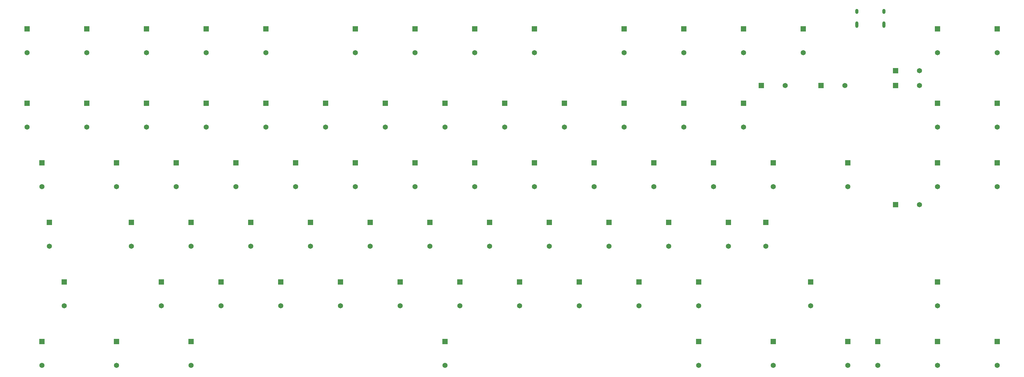
<source format=gbr>
%TF.GenerationSoftware,KiCad,Pcbnew,9.0.0*%
%TF.CreationDate,2025-06-21T12:03:02-06:00*%
%TF.ProjectId,kbd8x_mkii_kicad_9.0,6b626438-785f-46d6-9b69-695f6b696361,rev?*%
%TF.SameCoordinates,Original*%
%TF.FileFunction,Soldermask,Top*%
%TF.FilePolarity,Negative*%
%FSLAX46Y46*%
G04 Gerber Fmt 4.6, Leading zero omitted, Abs format (unit mm)*
G04 Created by KiCad (PCBNEW 9.0.0) date 2025-06-21 12:03:02*
%MOMM*%
%LPD*%
G01*
G04 APERTURE LIST*
%ADD10C,1.651000*%
%ADD11R,1.651000X1.651000*%
%ADD12O,1.000000X1.600000*%
%ADD13O,1.000000X2.100000*%
G04 APERTURE END LIST*
D10*
%TO.C,D65*%
X154781250Y46196250D03*
D11*
X154781250Y53816250D03*
%TD*%
D10*
%TO.C,D21*%
X-21431250Y22383750D03*
D11*
X-21431250Y30003750D03*
%TD*%
D10*
%TO.C,D82*%
X-35718750Y-34766250D03*
D11*
X-35718750Y-27146250D03*
%TD*%
D10*
%TO.C,D15*%
X-135731250Y22383750D03*
D11*
X-135731250Y30003750D03*
%TD*%
D10*
%TO.C,D73*%
X116681250Y-53816250D03*
D11*
X116681250Y-46196250D03*
%TD*%
D10*
%TO.C,D16*%
X-116681250Y22383750D03*
D11*
X-116681250Y30003750D03*
%TD*%
D10*
%TO.C,D8*%
X-11906250Y46196250D03*
D11*
X-11906250Y53816250D03*
%TD*%
D10*
%TO.C,D86*%
X40481250Y-34766250D03*
D11*
X40481250Y-27146250D03*
%TD*%
D10*
%TO.C,D23*%
X16668750Y22383750D03*
D11*
X16668750Y30003750D03*
%TD*%
D10*
%TO.C,D27*%
X87153750Y35718750D03*
D11*
X79533750Y35718750D03*
%TD*%
D10*
%TO.C,D56*%
X-150018750Y-53816250D03*
D11*
X-150018750Y-46196250D03*
%TD*%
D10*
%TO.C,D17*%
X-97631250Y22383750D03*
D11*
X-97631250Y30003750D03*
%TD*%
D10*
%TO.C,D31*%
X-107156250Y3333750D03*
D11*
X-107156250Y10953750D03*
%TD*%
D10*
%TO.C,D75*%
X154781250Y-53816250D03*
D11*
X154781250Y-46196250D03*
%TD*%
D10*
%TO.C,D4*%
X-97631250Y46196250D03*
D11*
X-97631250Y53816250D03*
%TD*%
D10*
%TO.C,D60*%
X59531250Y-53816250D03*
D11*
X59531250Y-46196250D03*
%TD*%
D10*
%TO.C,D38*%
X26193750Y3333750D03*
D11*
X26193750Y10953750D03*
%TD*%
D10*
%TO.C,D51*%
X11906250Y-15716250D03*
D11*
X11906250Y-8096250D03*
%TD*%
D10*
%TO.C,D40*%
X64293750Y3333750D03*
D11*
X64293750Y10953750D03*
%TD*%
D10*
%TO.C,D83*%
X-16668750Y-34766250D03*
D11*
X-16668750Y-27146250D03*
%TD*%
D10*
%TO.C,D13*%
X92868750Y46196250D03*
D11*
X92868750Y53816250D03*
%TD*%
D10*
%TO.C,D62*%
X107156250Y-53816250D03*
D11*
X107156250Y-46196250D03*
%TD*%
D10*
%TO.C,D37*%
X7143750Y3333750D03*
D11*
X7143750Y10953750D03*
%TD*%
D10*
%TO.C,D42*%
X80962500Y-15716250D03*
D11*
X80962500Y-8096250D03*
%TD*%
D10*
%TO.C,D63*%
X130016250Y40481250D03*
D11*
X122396250Y40481250D03*
%TD*%
D10*
%TO.C,D53*%
X50006250Y-15716250D03*
D11*
X50006250Y-8096250D03*
%TD*%
D10*
%TO.C,D25*%
X54768750Y22383750D03*
D11*
X54768750Y30003750D03*
%TD*%
D10*
%TO.C,D3*%
X-116681250Y46196250D03*
D11*
X-116681250Y53816250D03*
%TD*%
D10*
%TO.C,D84*%
X2381250Y-34766250D03*
D11*
X2381250Y-27146250D03*
%TD*%
D10*
%TO.C,D44*%
X-121443750Y-15716250D03*
D11*
X-121443750Y-8096250D03*
%TD*%
D10*
%TO.C,D34*%
X-50006250Y3333750D03*
D11*
X-50006250Y10953750D03*
%TD*%
D12*
%TO.C,USB1*%
X109979875Y59375250D03*
D13*
X109979875Y55195250D03*
D12*
X118619875Y59375250D03*
D13*
X118619875Y55195250D03*
%TD*%
D10*
%TO.C,D71*%
X154781250Y3333750D03*
D11*
X154781250Y10953750D03*
%TD*%
D10*
%TO.C,D87*%
X59531250Y-34766250D03*
D11*
X59531250Y-27146250D03*
%TD*%
D10*
%TO.C,D89*%
X95250000Y-34766250D03*
D11*
X95250000Y-27146250D03*
%TD*%
D10*
%TO.C,D29*%
X-150018750Y3333750D03*
D11*
X-150018750Y10953750D03*
%TD*%
D10*
%TO.C,D49*%
X-26193750Y-15716250D03*
D11*
X-26193750Y-8096250D03*
%TD*%
D10*
%TO.C,D20*%
X-40481250Y22383750D03*
D11*
X-40481250Y30003750D03*
%TD*%
D10*
%TO.C,D32*%
X-88106250Y3333750D03*
D11*
X-88106250Y10953750D03*
%TD*%
D10*
%TO.C,D39*%
X45243750Y3333750D03*
D11*
X45243750Y10953750D03*
%TD*%
D10*
%TO.C,D26*%
X73818750Y22383750D03*
D11*
X73818750Y30003750D03*
%TD*%
D10*
%TO.C,D14*%
X-154781250Y22383750D03*
D11*
X-154781250Y30003750D03*
%TD*%
D10*
%TO.C,D67*%
X135731250Y22383750D03*
D11*
X135731250Y30003750D03*
%TD*%
D10*
%TO.C,D30*%
X-126206250Y3333750D03*
D11*
X-126206250Y10953750D03*
%TD*%
D10*
%TO.C,D41*%
X83343750Y3333750D03*
D11*
X83343750Y10953750D03*
%TD*%
D10*
%TO.C,D43*%
X-147637500Y-15716250D03*
D11*
X-147637500Y-8096250D03*
%TD*%
D10*
%TO.C,D78*%
X-111918750Y-34766250D03*
D11*
X-111918750Y-27146250D03*
%TD*%
D10*
%TO.C,D12*%
X73818750Y46196250D03*
D11*
X73818750Y53816250D03*
%TD*%
D10*
%TO.C,D7*%
X-30956250Y46196250D03*
D11*
X-30956250Y53816250D03*
%TD*%
D10*
%TO.C,D2*%
X-135731250Y46196250D03*
D11*
X-135731250Y53816250D03*
%TD*%
D10*
%TO.C,D50*%
X-7143750Y-15716250D03*
D11*
X-7143750Y-8096250D03*
%TD*%
D10*
%TO.C,D9*%
X7143750Y46196250D03*
D11*
X7143750Y53816250D03*
%TD*%
D10*
%TO.C,D1*%
X-154781250Y46196250D03*
D11*
X-154781250Y53816250D03*
%TD*%
D10*
%TO.C,D54*%
X69056250Y-15716250D03*
D11*
X69056250Y-8096250D03*
%TD*%
D10*
%TO.C,D47*%
X-64293750Y-15716250D03*
D11*
X-64293750Y-8096250D03*
%TD*%
D10*
%TO.C,D24*%
X35718750Y22383750D03*
D11*
X35718750Y30003750D03*
%TD*%
D10*
%TO.C,D74*%
X135731250Y-53816250D03*
D11*
X135731250Y-46196250D03*
%TD*%
D10*
%TO.C,D68*%
X154781250Y22383750D03*
D11*
X154781250Y30003750D03*
%TD*%
D10*
%TO.C,D11*%
X54768750Y46196250D03*
D11*
X54768750Y53816250D03*
%TD*%
D10*
%TO.C,D46*%
X-83343750Y-15716250D03*
D11*
X-83343750Y-8096250D03*
%TD*%
D10*
%TO.C,D10*%
X35718750Y46196250D03*
D11*
X35718750Y53816250D03*
%TD*%
D10*
%TO.C,D28*%
X106203750Y35718750D03*
D11*
X98583750Y35718750D03*
%TD*%
D10*
%TO.C,D55*%
X107156250Y3333750D03*
D11*
X107156250Y10953750D03*
%TD*%
D10*
%TO.C,D61*%
X83343750Y-53816250D03*
D11*
X83343750Y-46196250D03*
%TD*%
D10*
%TO.C,D33*%
X-69056250Y3333750D03*
D11*
X-69056250Y10953750D03*
%TD*%
D10*
%TO.C,D80*%
X-73818750Y-34766250D03*
D11*
X-73818750Y-27146250D03*
%TD*%
D10*
%TO.C,D22*%
X-2381250Y22383750D03*
D11*
X-2381250Y30003750D03*
%TD*%
D10*
%TO.C,D36*%
X-11906250Y3333750D03*
D11*
X-11906250Y10953750D03*
%TD*%
D10*
%TO.C,D18*%
X-78581250Y22383750D03*
D11*
X-78581250Y30003750D03*
%TD*%
D10*
%TO.C,D64*%
X135731250Y46196250D03*
D11*
X135731250Y53816250D03*
%TD*%
D10*
%TO.C,D72*%
X135731250Y-34766250D03*
D11*
X135731250Y-27146250D03*
%TD*%
D10*
%TO.C,D59*%
X-21431250Y-53816250D03*
D11*
X-21431250Y-46196250D03*
%TD*%
D10*
%TO.C,D70*%
X135731250Y3333750D03*
D11*
X135731250Y10953750D03*
%TD*%
D10*
%TO.C,D79*%
X-92868750Y-34766250D03*
D11*
X-92868750Y-27146250D03*
%TD*%
D10*
%TO.C,D85*%
X21431250Y-34766250D03*
D11*
X21431250Y-27146250D03*
%TD*%
D10*
%TO.C,D57*%
X-126206250Y-53816250D03*
D11*
X-126206250Y-46196250D03*
%TD*%
D10*
%TO.C,D81*%
X-54768750Y-34766250D03*
D11*
X-54768750Y-27146250D03*
%TD*%
D10*
%TO.C,D45*%
X-102393750Y-15716250D03*
D11*
X-102393750Y-8096250D03*
%TD*%
D10*
%TO.C,D66*%
X130016250Y35718750D03*
D11*
X122396250Y35718750D03*
%TD*%
D10*
%TO.C,D52*%
X30956250Y-15716250D03*
D11*
X30956250Y-8096250D03*
%TD*%
D10*
%TO.C,D58*%
X-102393750Y-53816250D03*
D11*
X-102393750Y-46196250D03*
%TD*%
D10*
%TO.C,D6*%
X-50006250Y46196250D03*
D11*
X-50006250Y53816250D03*
%TD*%
D10*
%TO.C,D77*%
X-142875000Y-34766250D03*
D11*
X-142875000Y-27146250D03*
%TD*%
D10*
%TO.C,D48*%
X-45243750Y-15716250D03*
D11*
X-45243750Y-8096250D03*
%TD*%
D10*
%TO.C,D69*%
X130016250Y-2381250D03*
D11*
X122396250Y-2381250D03*
%TD*%
D10*
%TO.C,D5*%
X-78581250Y46196250D03*
D11*
X-78581250Y53816250D03*
%TD*%
D10*
%TO.C,D19*%
X-59531250Y22383750D03*
D11*
X-59531250Y30003750D03*
%TD*%
D10*
%TO.C,D35*%
X-30956250Y3333750D03*
D11*
X-30956250Y10953750D03*
%TD*%
M02*

</source>
